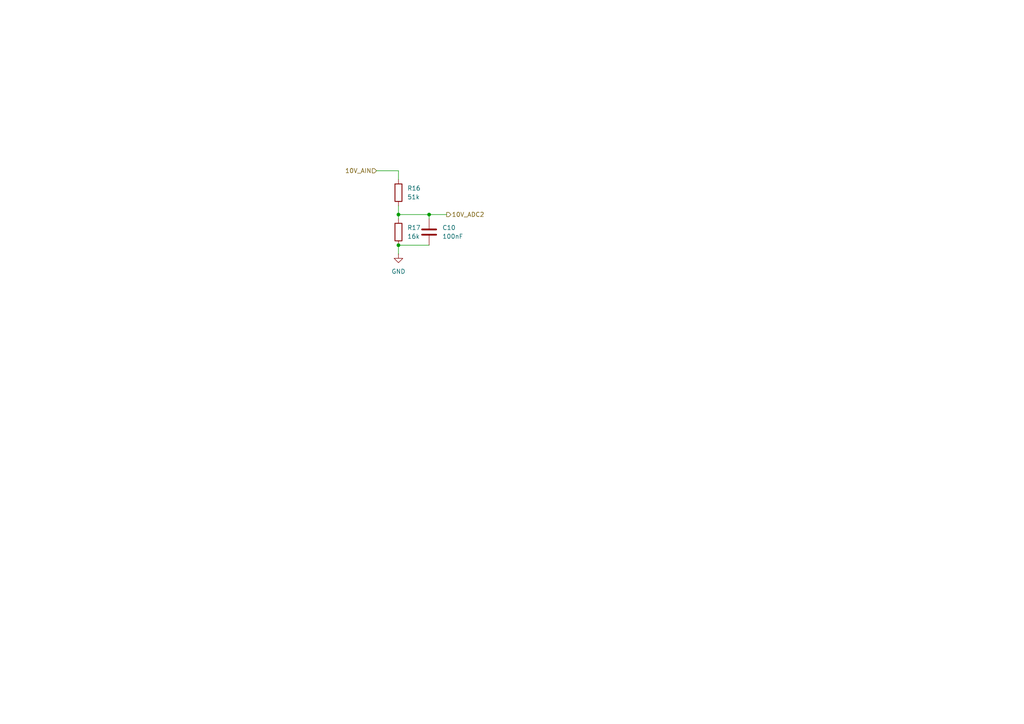
<source format=kicad_sch>
(kicad_sch
	(version 20250114)
	(generator "eeschema")
	(generator_version "9.0")
	(uuid "8628bacb-aef7-4252-8e06-1f46c013c9e8")
	(paper "A4")
	(lib_symbols
		(symbol "Device:C"
			(pin_numbers
				(hide yes)
			)
			(pin_names
				(offset 0.254)
			)
			(exclude_from_sim no)
			(in_bom yes)
			(on_board yes)
			(property "Reference" "C"
				(at 0.635 2.54 0)
				(effects
					(font
						(size 1.27 1.27)
					)
					(justify left)
				)
			)
			(property "Value" "C"
				(at 0.635 -2.54 0)
				(effects
					(font
						(size 1.27 1.27)
					)
					(justify left)
				)
			)
			(property "Footprint" ""
				(at 0.9652 -3.81 0)
				(effects
					(font
						(size 1.27 1.27)
					)
					(hide yes)
				)
			)
			(property "Datasheet" "~"
				(at 0 0 0)
				(effects
					(font
						(size 1.27 1.27)
					)
					(hide yes)
				)
			)
			(property "Description" "Unpolarized capacitor"
				(at 0 0 0)
				(effects
					(font
						(size 1.27 1.27)
					)
					(hide yes)
				)
			)
			(property "ki_keywords" "cap capacitor"
				(at 0 0 0)
				(effects
					(font
						(size 1.27 1.27)
					)
					(hide yes)
				)
			)
			(property "ki_fp_filters" "C_*"
				(at 0 0 0)
				(effects
					(font
						(size 1.27 1.27)
					)
					(hide yes)
				)
			)
			(symbol "C_0_1"
				(polyline
					(pts
						(xy -2.032 0.762) (xy 2.032 0.762)
					)
					(stroke
						(width 0.508)
						(type default)
					)
					(fill
						(type none)
					)
				)
				(polyline
					(pts
						(xy -2.032 -0.762) (xy 2.032 -0.762)
					)
					(stroke
						(width 0.508)
						(type default)
					)
					(fill
						(type none)
					)
				)
			)
			(symbol "C_1_1"
				(pin passive line
					(at 0 3.81 270)
					(length 2.794)
					(name "~"
						(effects
							(font
								(size 1.27 1.27)
							)
						)
					)
					(number "1"
						(effects
							(font
								(size 1.27 1.27)
							)
						)
					)
				)
				(pin passive line
					(at 0 -3.81 90)
					(length 2.794)
					(name "~"
						(effects
							(font
								(size 1.27 1.27)
							)
						)
					)
					(number "2"
						(effects
							(font
								(size 1.27 1.27)
							)
						)
					)
				)
			)
			(embedded_fonts no)
		)
		(symbol "Device:R"
			(pin_numbers
				(hide yes)
			)
			(pin_names
				(offset 0)
			)
			(exclude_from_sim no)
			(in_bom yes)
			(on_board yes)
			(property "Reference" "R"
				(at 2.032 0 90)
				(effects
					(font
						(size 1.27 1.27)
					)
				)
			)
			(property "Value" "R"
				(at 0 0 90)
				(effects
					(font
						(size 1.27 1.27)
					)
				)
			)
			(property "Footprint" ""
				(at -1.778 0 90)
				(effects
					(font
						(size 1.27 1.27)
					)
					(hide yes)
				)
			)
			(property "Datasheet" "~"
				(at 0 0 0)
				(effects
					(font
						(size 1.27 1.27)
					)
					(hide yes)
				)
			)
			(property "Description" "Resistor"
				(at 0 0 0)
				(effects
					(font
						(size 1.27 1.27)
					)
					(hide yes)
				)
			)
			(property "ki_keywords" "R res resistor"
				(at 0 0 0)
				(effects
					(font
						(size 1.27 1.27)
					)
					(hide yes)
				)
			)
			(property "ki_fp_filters" "R_*"
				(at 0 0 0)
				(effects
					(font
						(size 1.27 1.27)
					)
					(hide yes)
				)
			)
			(symbol "R_0_1"
				(rectangle
					(start -1.016 -2.54)
					(end 1.016 2.54)
					(stroke
						(width 0.254)
						(type default)
					)
					(fill
						(type none)
					)
				)
			)
			(symbol "R_1_1"
				(pin passive line
					(at 0 3.81 270)
					(length 1.27)
					(name "~"
						(effects
							(font
								(size 1.27 1.27)
							)
						)
					)
					(number "1"
						(effects
							(font
								(size 1.27 1.27)
							)
						)
					)
				)
				(pin passive line
					(at 0 -3.81 90)
					(length 1.27)
					(name "~"
						(effects
							(font
								(size 1.27 1.27)
							)
						)
					)
					(number "2"
						(effects
							(font
								(size 1.27 1.27)
							)
						)
					)
				)
			)
			(embedded_fonts no)
		)
		(symbol "power:GND"
			(power)
			(pin_numbers
				(hide yes)
			)
			(pin_names
				(offset 0)
				(hide yes)
			)
			(exclude_from_sim no)
			(in_bom yes)
			(on_board yes)
			(property "Reference" "#PWR"
				(at 0 -6.35 0)
				(effects
					(font
						(size 1.27 1.27)
					)
					(hide yes)
				)
			)
			(property "Value" "GND"
				(at 0 -3.81 0)
				(effects
					(font
						(size 1.27 1.27)
					)
				)
			)
			(property "Footprint" ""
				(at 0 0 0)
				(effects
					(font
						(size 1.27 1.27)
					)
					(hide yes)
				)
			)
			(property "Datasheet" ""
				(at 0 0 0)
				(effects
					(font
						(size 1.27 1.27)
					)
					(hide yes)
				)
			)
			(property "Description" "Power symbol creates a global label with name \"GND\" , ground"
				(at 0 0 0)
				(effects
					(font
						(size 1.27 1.27)
					)
					(hide yes)
				)
			)
			(property "ki_keywords" "global power"
				(at 0 0 0)
				(effects
					(font
						(size 1.27 1.27)
					)
					(hide yes)
				)
			)
			(symbol "GND_0_1"
				(polyline
					(pts
						(xy 0 0) (xy 0 -1.27) (xy 1.27 -1.27) (xy 0 -2.54) (xy -1.27 -1.27) (xy 0 -1.27)
					)
					(stroke
						(width 0)
						(type default)
					)
					(fill
						(type none)
					)
				)
			)
			(symbol "GND_1_1"
				(pin power_in line
					(at 0 0 270)
					(length 0)
					(name "~"
						(effects
							(font
								(size 1.27 1.27)
							)
						)
					)
					(number "1"
						(effects
							(font
								(size 1.27 1.27)
							)
						)
					)
				)
			)
			(embedded_fonts no)
		)
	)
	(junction
		(at 115.57 62.23)
		(diameter 0)
		(color 0 0 0 0)
		(uuid "09ac9474-48dc-469d-83d5-87e16dcc1827")
	)
	(junction
		(at 124.46 62.23)
		(diameter 0)
		(color 0 0 0 0)
		(uuid "665774ef-ad5a-4bd5-a9ae-acdb8b11745b")
	)
	(junction
		(at 115.57 71.12)
		(diameter 0)
		(color 0 0 0 0)
		(uuid "6c42d843-f158-4fa2-881a-7c37fb4977a9")
	)
	(wire
		(pts
			(xy 115.57 49.53) (xy 115.57 52.07)
		)
		(stroke
			(width 0)
			(type default)
		)
		(uuid "1b98b8b6-e99b-476d-94f2-f626c969fcec")
	)
	(wire
		(pts
			(xy 115.57 71.12) (xy 124.46 71.12)
		)
		(stroke
			(width 0)
			(type default)
		)
		(uuid "23912476-969b-4d68-b50f-c128b2e99276")
	)
	(wire
		(pts
			(xy 124.46 62.23) (xy 124.46 63.5)
		)
		(stroke
			(width 0)
			(type default)
		)
		(uuid "336e586c-2b8b-4caa-8341-5e811c235d6f")
	)
	(wire
		(pts
			(xy 115.57 71.12) (xy 115.57 73.66)
		)
		(stroke
			(width 0)
			(type default)
		)
		(uuid "833fff90-46e0-4971-a1e0-ecd8458471f3")
	)
	(wire
		(pts
			(xy 124.46 62.23) (xy 129.54 62.23)
		)
		(stroke
			(width 0)
			(type default)
		)
		(uuid "8385b4ce-db87-463b-9b14-360138bc0901")
	)
	(wire
		(pts
			(xy 115.57 62.23) (xy 115.57 63.5)
		)
		(stroke
			(width 0)
			(type default)
		)
		(uuid "8a2247ca-4971-4db0-8a52-b7598c994662")
	)
	(wire
		(pts
			(xy 115.57 62.23) (xy 124.46 62.23)
		)
		(stroke
			(width 0)
			(type default)
		)
		(uuid "c0b9b708-bbb8-491a-a748-e14fff7e59a1")
	)
	(wire
		(pts
			(xy 109.22 49.53) (xy 115.57 49.53)
		)
		(stroke
			(width 0)
			(type default)
		)
		(uuid "d2f184ef-643e-491d-bbfe-afa890fedf5a")
	)
	(wire
		(pts
			(xy 115.57 59.69) (xy 115.57 62.23)
		)
		(stroke
			(width 0)
			(type default)
		)
		(uuid "e5a6474c-2483-4681-a64d-122327e7a412")
	)
	(hierarchical_label "10V_ADC2"
		(shape output)
		(at 129.54 62.23 0)
		(effects
			(font
				(size 1.27 1.27)
			)
			(justify left)
		)
		(uuid "4f0effbd-3c7c-4ae4-93e3-f4b82225f8d2")
	)
	(hierarchical_label "10V_AIN"
		(shape input)
		(at 109.22 49.53 180)
		(effects
			(font
				(size 1.27 1.27)
			)
			(justify right)
		)
		(uuid "9bab0c6e-04b5-4b39-a4a9-65a617020638")
	)
	(symbol
		(lib_id "Device:R")
		(at 115.57 67.31 0)
		(unit 1)
		(exclude_from_sim no)
		(in_bom yes)
		(on_board yes)
		(dnp no)
		(fields_autoplaced yes)
		(uuid "6a307f0c-dec4-453f-9a66-7cfa4624acbb")
		(property "Reference" "R17"
			(at 118.11 66.0399 0)
			(effects
				(font
					(size 1.27 1.27)
				)
				(justify left)
			)
		)
		(property "Value" "16k"
			(at 118.11 68.5799 0)
			(effects
				(font
					(size 1.27 1.27)
				)
				(justify left)
			)
		)
		(property "Footprint" ""
			(at 113.792 67.31 90)
			(effects
				(font
					(size 1.27 1.27)
				)
				(hide yes)
			)
		)
		(property "Datasheet" "~"
			(at 115.57 67.31 0)
			(effects
				(font
					(size 1.27 1.27)
				)
				(hide yes)
			)
		)
		(property "Description" "Resistor"
			(at 115.57 67.31 0)
			(effects
				(font
					(size 1.27 1.27)
				)
				(hide yes)
			)
		)
		(pin "1"
			(uuid "3720cc91-0a95-4030-90c2-6dc97c8656d3")
		)
		(pin "2"
			(uuid "9e5d8863-e5a3-42a4-9962-82d039142733")
		)
		(instances
			(project "NIVARA PROJECT"
				(path "/dc6fb271-dfd0-4448-98f1-862b1cc93a80/2ca62569-d560-4cca-9470-52fd378086ae/7347e075-81ce-4f96-92b3-3a1edadbcf33"
					(reference "R17")
					(unit 1)
				)
			)
		)
	)
	(symbol
		(lib_id "Device:C")
		(at 124.46 67.31 0)
		(unit 1)
		(exclude_from_sim no)
		(in_bom yes)
		(on_board yes)
		(dnp no)
		(fields_autoplaced yes)
		(uuid "709f7130-a31b-4f07-b5d5-e5606b340b6b")
		(property "Reference" "C10"
			(at 128.27 66.0399 0)
			(effects
				(font
					(size 1.27 1.27)
				)
				(justify left)
			)
		)
		(property "Value" "100nF"
			(at 128.27 68.5799 0)
			(effects
				(font
					(size 1.27 1.27)
				)
				(justify left)
			)
		)
		(property "Footprint" ""
			(at 125.4252 71.12 0)
			(effects
				(font
					(size 1.27 1.27)
				)
				(hide yes)
			)
		)
		(property "Datasheet" "~"
			(at 124.46 67.31 0)
			(effects
				(font
					(size 1.27 1.27)
				)
				(hide yes)
			)
		)
		(property "Description" "Unpolarized capacitor"
			(at 124.46 67.31 0)
			(effects
				(font
					(size 1.27 1.27)
				)
				(hide yes)
			)
		)
		(pin "2"
			(uuid "795bd637-9872-4534-952e-73b2cb649aa6")
		)
		(pin "1"
			(uuid "59af38fd-916a-41c4-9e07-577ecf7bd300")
		)
		(instances
			(project "NIVARA PROJECT"
				(path "/dc6fb271-dfd0-4448-98f1-862b1cc93a80/2ca62569-d560-4cca-9470-52fd378086ae/7347e075-81ce-4f96-92b3-3a1edadbcf33"
					(reference "C10")
					(unit 1)
				)
			)
		)
	)
	(symbol
		(lib_id "power:GND")
		(at 115.57 73.66 0)
		(unit 1)
		(exclude_from_sim no)
		(in_bom yes)
		(on_board yes)
		(dnp no)
		(fields_autoplaced yes)
		(uuid "8926991f-06cf-4f9f-85d6-9ca4892d599e")
		(property "Reference" "#PWR041"
			(at 115.57 80.01 0)
			(effects
				(font
					(size 1.27 1.27)
				)
				(hide yes)
			)
		)
		(property "Value" "GND"
			(at 115.57 78.74 0)
			(effects
				(font
					(size 1.27 1.27)
				)
			)
		)
		(property "Footprint" ""
			(at 115.57 73.66 0)
			(effects
				(font
					(size 1.27 1.27)
				)
				(hide yes)
			)
		)
		(property "Datasheet" ""
			(at 115.57 73.66 0)
			(effects
				(font
					(size 1.27 1.27)
				)
				(hide yes)
			)
		)
		(property "Description" "Power symbol creates a global label with name \"GND\" , ground"
			(at 115.57 73.66 0)
			(effects
				(font
					(size 1.27 1.27)
				)
				(hide yes)
			)
		)
		(pin "1"
			(uuid "b6ed84ca-a022-4d89-92f5-831e034772cc")
		)
		(instances
			(project "NIVARA PROJECT"
				(path "/dc6fb271-dfd0-4448-98f1-862b1cc93a80/2ca62569-d560-4cca-9470-52fd378086ae/7347e075-81ce-4f96-92b3-3a1edadbcf33"
					(reference "#PWR041")
					(unit 1)
				)
			)
		)
	)
	(symbol
		(lib_id "Device:R")
		(at 115.57 55.88 0)
		(unit 1)
		(exclude_from_sim no)
		(in_bom yes)
		(on_board yes)
		(dnp no)
		(fields_autoplaced yes)
		(uuid "a15be0c1-3e2a-410a-887a-3ed22ce54612")
		(property "Reference" "R16"
			(at 118.11 54.6099 0)
			(effects
				(font
					(size 1.27 1.27)
				)
				(justify left)
			)
		)
		(property "Value" "51k"
			(at 118.11 57.1499 0)
			(effects
				(font
					(size 1.27 1.27)
				)
				(justify left)
			)
		)
		(property "Footprint" ""
			(at 113.792 55.88 90)
			(effects
				(font
					(size 1.27 1.27)
				)
				(hide yes)
			)
		)
		(property "Datasheet" "~"
			(at 115.57 55.88 0)
			(effects
				(font
					(size 1.27 1.27)
				)
				(hide yes)
			)
		)
		(property "Description" "Resistor"
			(at 115.57 55.88 0)
			(effects
				(font
					(size 1.27 1.27)
				)
				(hide yes)
			)
		)
		(pin "1"
			(uuid "417cd5e0-28e5-40a8-abf3-c874f604d0f0")
		)
		(pin "2"
			(uuid "feaa00ac-7655-494f-913b-45ccb5b8515f")
		)
		(instances
			(project "NIVARA PROJECT"
				(path "/dc6fb271-dfd0-4448-98f1-862b1cc93a80/2ca62569-d560-4cca-9470-52fd378086ae/7347e075-81ce-4f96-92b3-3a1edadbcf33"
					(reference "R16")
					(unit 1)
				)
			)
		)
	)
)

</source>
